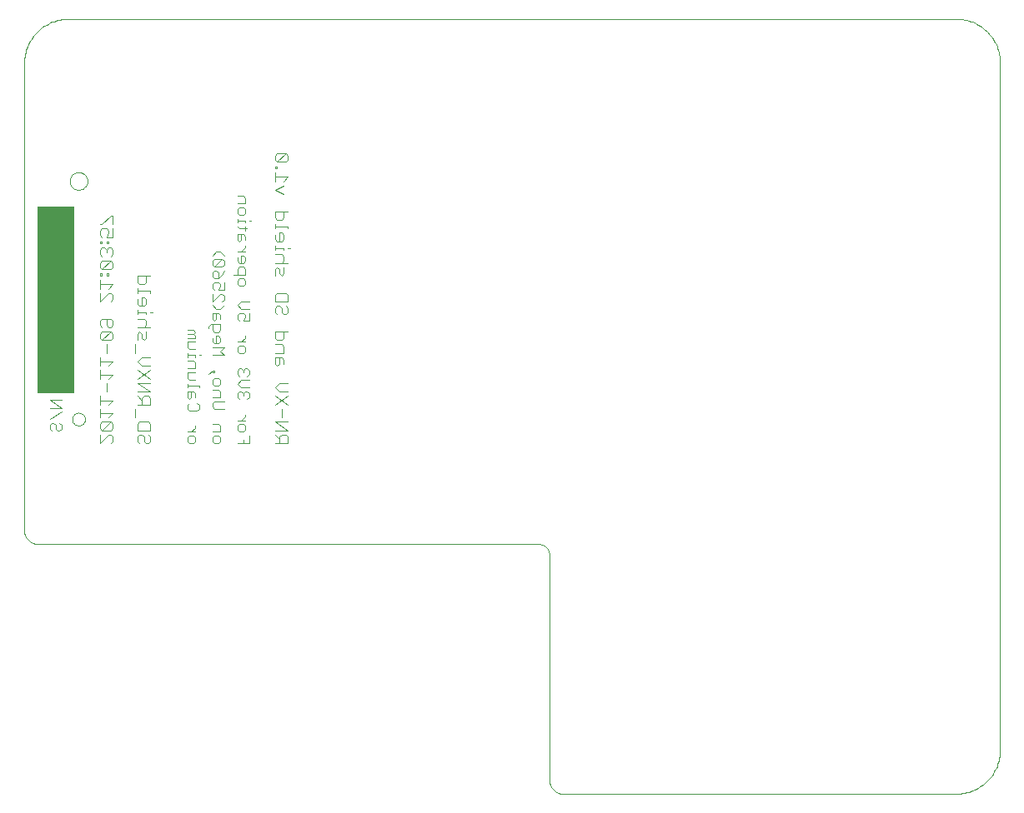
<source format=gbo>
G75*
G70*
%OFA0B0*%
%FSLAX24Y24*%
%IPPOS*%
%LPD*%
%AMOC8*
5,1,8,0,0,1.08239X$1,22.5*
%
%ADD10C,0.0000*%
%ADD11C,0.0040*%
%ADD12R,0.1500X0.7500*%
D10*
X005721Y015221D02*
X025721Y015221D01*
X025765Y015219D01*
X025808Y015213D01*
X025850Y015204D01*
X025892Y015191D01*
X025932Y015174D01*
X025971Y015154D01*
X026008Y015131D01*
X026042Y015104D01*
X026075Y015075D01*
X026104Y015042D01*
X026131Y015008D01*
X026154Y014971D01*
X026174Y014932D01*
X026191Y014892D01*
X026204Y014850D01*
X026213Y014808D01*
X026219Y014765D01*
X026221Y014721D01*
X026221Y005721D01*
X026223Y005677D01*
X026229Y005634D01*
X026238Y005592D01*
X026251Y005550D01*
X026268Y005510D01*
X026288Y005471D01*
X026311Y005434D01*
X026338Y005400D01*
X026367Y005367D01*
X026400Y005338D01*
X026434Y005311D01*
X026471Y005288D01*
X026510Y005268D01*
X026550Y005251D01*
X026592Y005238D01*
X026634Y005229D01*
X026677Y005223D01*
X026721Y005221D01*
X042471Y005221D01*
X042554Y005223D01*
X042637Y005229D01*
X042720Y005239D01*
X042802Y005253D01*
X042884Y005270D01*
X042964Y005292D01*
X043043Y005317D01*
X043121Y005346D01*
X043198Y005379D01*
X043273Y005416D01*
X043346Y005455D01*
X043417Y005499D01*
X043486Y005545D01*
X043553Y005595D01*
X043617Y005648D01*
X043679Y005704D01*
X043738Y005763D01*
X043794Y005825D01*
X043847Y005889D01*
X043897Y005956D01*
X043943Y006025D01*
X043987Y006096D01*
X044026Y006169D01*
X044063Y006244D01*
X044096Y006321D01*
X044125Y006399D01*
X044150Y006478D01*
X044172Y006558D01*
X044189Y006640D01*
X044203Y006722D01*
X044213Y006805D01*
X044219Y006888D01*
X044221Y006971D01*
X044221Y034471D01*
X044219Y034554D01*
X044213Y034637D01*
X044203Y034720D01*
X044189Y034802D01*
X044172Y034884D01*
X044150Y034964D01*
X044125Y035043D01*
X044096Y035121D01*
X044063Y035198D01*
X044026Y035273D01*
X043987Y035346D01*
X043943Y035417D01*
X043897Y035486D01*
X043847Y035553D01*
X043794Y035617D01*
X043738Y035679D01*
X043679Y035738D01*
X043617Y035794D01*
X043553Y035847D01*
X043486Y035897D01*
X043417Y035943D01*
X043346Y035987D01*
X043273Y036026D01*
X043198Y036063D01*
X043121Y036096D01*
X043043Y036125D01*
X042964Y036150D01*
X042884Y036172D01*
X042802Y036189D01*
X042720Y036203D01*
X042637Y036213D01*
X042554Y036219D01*
X042471Y036221D01*
X006971Y036221D01*
X006888Y036219D01*
X006805Y036213D01*
X006722Y036203D01*
X006640Y036189D01*
X006558Y036172D01*
X006478Y036150D01*
X006399Y036125D01*
X006321Y036096D01*
X006244Y036063D01*
X006169Y036026D01*
X006096Y035987D01*
X006025Y035943D01*
X005956Y035897D01*
X005889Y035847D01*
X005825Y035794D01*
X005763Y035738D01*
X005704Y035679D01*
X005648Y035617D01*
X005595Y035553D01*
X005545Y035486D01*
X005499Y035417D01*
X005455Y035346D01*
X005416Y035273D01*
X005379Y035198D01*
X005346Y035121D01*
X005317Y035043D01*
X005292Y034964D01*
X005270Y034884D01*
X005253Y034802D01*
X005239Y034720D01*
X005229Y034637D01*
X005223Y034554D01*
X005221Y034471D01*
X005221Y015721D01*
X005223Y015677D01*
X005229Y015634D01*
X005238Y015592D01*
X005251Y015550D01*
X005268Y015510D01*
X005288Y015471D01*
X005311Y015434D01*
X005338Y015400D01*
X005367Y015367D01*
X005400Y015338D01*
X005434Y015311D01*
X005471Y015288D01*
X005510Y015268D01*
X005550Y015251D01*
X005592Y015238D01*
X005634Y015229D01*
X005677Y015223D01*
X005721Y015221D01*
X007130Y020207D02*
X007132Y020238D01*
X007138Y020269D01*
X007147Y020299D01*
X007160Y020328D01*
X007177Y020355D01*
X007197Y020379D01*
X007219Y020401D01*
X007245Y020420D01*
X007272Y020436D01*
X007301Y020448D01*
X007331Y020457D01*
X007362Y020462D01*
X007394Y020463D01*
X007425Y020460D01*
X007456Y020453D01*
X007486Y020443D01*
X007514Y020429D01*
X007540Y020411D01*
X007564Y020391D01*
X007585Y020367D01*
X007604Y020342D01*
X007619Y020314D01*
X007630Y020285D01*
X007638Y020254D01*
X007642Y020223D01*
X007642Y020191D01*
X007638Y020160D01*
X007630Y020129D01*
X007619Y020100D01*
X007604Y020072D01*
X007585Y020047D01*
X007564Y020023D01*
X007540Y020003D01*
X007514Y019985D01*
X007486Y019971D01*
X007456Y019961D01*
X007425Y019954D01*
X007394Y019951D01*
X007362Y019952D01*
X007331Y019957D01*
X007301Y019966D01*
X007272Y019978D01*
X007245Y019994D01*
X007219Y020013D01*
X007197Y020035D01*
X007177Y020059D01*
X007160Y020086D01*
X007147Y020115D01*
X007138Y020145D01*
X007132Y020176D01*
X007130Y020207D01*
X007032Y029735D02*
X007034Y029772D01*
X007040Y029809D01*
X007049Y029844D01*
X007063Y029879D01*
X007079Y029912D01*
X007100Y029943D01*
X007123Y029972D01*
X007149Y029998D01*
X007178Y030021D01*
X007209Y030042D01*
X007242Y030058D01*
X007277Y030072D01*
X007312Y030081D01*
X007349Y030087D01*
X007386Y030089D01*
X007423Y030087D01*
X007460Y030081D01*
X007495Y030072D01*
X007530Y030058D01*
X007563Y030042D01*
X007594Y030021D01*
X007623Y029998D01*
X007649Y029972D01*
X007672Y029943D01*
X007693Y029912D01*
X007709Y029879D01*
X007723Y029844D01*
X007732Y029809D01*
X007738Y029772D01*
X007740Y029735D01*
X007738Y029698D01*
X007732Y029661D01*
X007723Y029626D01*
X007709Y029591D01*
X007693Y029558D01*
X007672Y029527D01*
X007649Y029498D01*
X007623Y029472D01*
X007594Y029449D01*
X007563Y029428D01*
X007530Y029412D01*
X007495Y029398D01*
X007460Y029389D01*
X007423Y029383D01*
X007386Y029381D01*
X007349Y029383D01*
X007312Y029389D01*
X007277Y029398D01*
X007242Y029412D01*
X007209Y029428D01*
X007178Y029449D01*
X007149Y029472D01*
X007123Y029498D01*
X007100Y029527D01*
X007079Y029558D01*
X007063Y029591D01*
X007049Y029626D01*
X007040Y029661D01*
X007034Y029698D01*
X007032Y029735D01*
D11*
X008241Y028006D02*
X008328Y028006D01*
X008674Y028353D01*
X008761Y028353D01*
X008761Y028006D01*
X008761Y027838D02*
X008761Y027491D01*
X008501Y027491D01*
X008588Y027664D01*
X008588Y027751D01*
X008501Y027838D01*
X008328Y027838D01*
X008241Y027751D01*
X008241Y027578D01*
X008328Y027491D01*
X008328Y027320D02*
X008241Y027320D01*
X008241Y027233D01*
X008328Y027233D01*
X008328Y027320D01*
X008501Y027320D02*
X008501Y027233D01*
X008588Y027233D01*
X008588Y027320D01*
X008501Y027320D01*
X008414Y027064D02*
X008328Y027064D01*
X008241Y026978D01*
X008241Y026804D01*
X008328Y026717D01*
X008328Y026549D02*
X008241Y026462D01*
X008241Y026289D01*
X008328Y026202D01*
X008674Y026549D01*
X008328Y026549D01*
X008674Y026549D02*
X008761Y026462D01*
X008761Y026289D01*
X008674Y026202D01*
X008328Y026202D01*
X008328Y026031D02*
X008241Y026031D01*
X008241Y025944D01*
X008328Y025944D01*
X008328Y026031D01*
X008501Y026031D02*
X008501Y025944D01*
X008588Y025944D01*
X008588Y026031D01*
X008501Y026031D01*
X008241Y025775D02*
X008241Y025428D01*
X008241Y025260D02*
X008241Y024913D01*
X008588Y025260D01*
X008674Y025260D01*
X008761Y025173D01*
X008761Y024999D01*
X008674Y024913D01*
X008588Y025428D02*
X008761Y025602D01*
X008241Y025602D01*
X008674Y026717D02*
X008761Y026804D01*
X008761Y026978D01*
X008674Y027064D01*
X008588Y027064D01*
X008501Y026978D01*
X008414Y027064D01*
X008501Y026978D02*
X008501Y026891D01*
X009741Y025947D02*
X009741Y025687D01*
X009828Y025600D01*
X010001Y025600D01*
X010088Y025687D01*
X010088Y025947D01*
X010261Y025947D02*
X009741Y025947D01*
X009741Y025430D02*
X009741Y025256D01*
X009741Y025343D02*
X010261Y025343D01*
X010261Y025256D01*
X010088Y025001D02*
X010001Y025088D01*
X009914Y025088D01*
X009914Y024741D01*
X009828Y024741D02*
X010001Y024741D01*
X010088Y024828D01*
X010088Y025001D01*
X009741Y025001D02*
X009741Y024828D01*
X009828Y024741D01*
X009741Y024571D02*
X009741Y024397D01*
X009741Y024484D02*
X010088Y024484D01*
X010088Y024397D01*
X010001Y024228D02*
X009741Y024228D01*
X010001Y024228D02*
X010088Y024142D01*
X010088Y023968D01*
X010001Y023881D01*
X010088Y023713D02*
X010088Y023453D01*
X010001Y023366D01*
X009914Y023453D01*
X009914Y023626D01*
X009828Y023713D01*
X009741Y023626D01*
X009741Y023366D01*
X009654Y023197D02*
X009654Y022850D01*
X009914Y022681D02*
X010261Y022681D01*
X010261Y022335D02*
X009914Y022335D01*
X009741Y022508D01*
X009914Y022681D01*
X009741Y022166D02*
X010261Y021819D01*
X010261Y021650D02*
X009741Y021650D01*
X010261Y021303D01*
X009741Y021303D01*
X009741Y021135D02*
X009914Y020961D01*
X009914Y021048D02*
X009914Y020788D01*
X009741Y020788D02*
X010261Y020788D01*
X010261Y021048D01*
X010174Y021135D01*
X010001Y021135D01*
X009914Y021048D01*
X009741Y021819D02*
X010261Y022166D01*
X011741Y022233D02*
X012048Y022233D01*
X012048Y022463D01*
X011971Y022540D01*
X011741Y022540D01*
X011741Y022693D02*
X011741Y022847D01*
X011741Y022770D02*
X012048Y022770D01*
X012048Y022693D01*
X012201Y022770D02*
X012278Y022770D01*
X012048Y023000D02*
X011817Y023000D01*
X011741Y023077D01*
X011741Y023307D01*
X012048Y023307D01*
X012048Y023461D02*
X012048Y023537D01*
X011971Y023614D01*
X012048Y023691D01*
X011971Y023768D01*
X011741Y023768D01*
X011741Y023614D02*
X011971Y023614D01*
X012048Y023461D02*
X011741Y023461D01*
X012587Y023844D02*
X012587Y023921D01*
X012664Y023998D01*
X013048Y023998D01*
X013048Y023768D01*
X012971Y023691D01*
X012817Y023691D01*
X012741Y023768D01*
X012741Y023998D01*
X012817Y024151D02*
X012894Y024228D01*
X012894Y024458D01*
X012971Y024458D02*
X012741Y024458D01*
X012741Y024228D01*
X012817Y024151D01*
X013048Y024228D02*
X013048Y024381D01*
X012971Y024458D01*
X013048Y024612D02*
X013201Y024765D01*
X013124Y024918D02*
X013201Y024995D01*
X013201Y025149D01*
X013124Y025225D01*
X013048Y025225D01*
X012741Y024918D01*
X012741Y025225D01*
X012817Y025379D02*
X012741Y025456D01*
X012741Y025609D01*
X012817Y025686D01*
X012971Y025686D01*
X013048Y025609D01*
X013048Y025532D01*
X012971Y025379D01*
X013201Y025379D01*
X013201Y025686D01*
X012971Y025839D02*
X012971Y026069D01*
X012894Y026146D01*
X012817Y026146D01*
X012741Y026069D01*
X012741Y025916D01*
X012817Y025839D01*
X012971Y025839D01*
X013124Y025993D01*
X013201Y026146D01*
X013124Y026300D02*
X012817Y026300D01*
X013124Y026606D01*
X012817Y026606D01*
X012741Y026530D01*
X012741Y026376D01*
X012817Y026300D01*
X013124Y026300D02*
X013201Y026376D01*
X013201Y026530D01*
X013124Y026606D01*
X013201Y026760D02*
X013048Y026913D01*
X012894Y026913D01*
X012741Y026760D01*
X013741Y026683D02*
X013741Y026530D01*
X013817Y026453D01*
X013971Y026453D01*
X014048Y026530D01*
X014048Y026683D01*
X013971Y026760D01*
X013894Y026760D01*
X013894Y026453D01*
X013817Y026300D02*
X013741Y026223D01*
X013741Y025993D01*
X013587Y025993D02*
X014048Y025993D01*
X014048Y026223D01*
X013971Y026300D01*
X013817Y026300D01*
X013741Y026913D02*
X014048Y026913D01*
X014048Y027067D02*
X014048Y027144D01*
X014048Y027067D02*
X013894Y026913D01*
X013817Y027297D02*
X013894Y027374D01*
X013894Y027604D01*
X013971Y027604D02*
X013741Y027604D01*
X013741Y027374D01*
X013817Y027297D01*
X014048Y027374D02*
X014048Y027527D01*
X013971Y027604D01*
X014048Y027757D02*
X014048Y027911D01*
X014124Y027834D02*
X013817Y027834D01*
X013741Y027911D01*
X013741Y028064D02*
X013741Y028218D01*
X013741Y028141D02*
X014048Y028141D01*
X014048Y028064D01*
X014201Y028141D02*
X014278Y028141D01*
X014048Y028448D02*
X013971Y028371D01*
X013817Y028371D01*
X013741Y028448D01*
X013741Y028601D01*
X013817Y028678D01*
X013971Y028678D01*
X014048Y028601D01*
X014048Y028448D01*
X014048Y028831D02*
X014048Y029062D01*
X013971Y029138D01*
X013741Y029138D01*
X013741Y028831D02*
X014048Y028831D01*
X015241Y028525D02*
X015241Y028265D01*
X015328Y028178D01*
X015501Y028178D01*
X015588Y028265D01*
X015588Y028525D01*
X015761Y028525D02*
X015241Y028525D01*
X015241Y028008D02*
X015241Y027835D01*
X015241Y027921D02*
X015761Y027921D01*
X015761Y027835D01*
X015588Y027579D02*
X015588Y027406D01*
X015501Y027319D01*
X015328Y027319D01*
X015241Y027406D01*
X015241Y027579D01*
X015414Y027666D02*
X015414Y027319D01*
X015241Y027149D02*
X015241Y026975D01*
X015241Y027062D02*
X015588Y027062D01*
X015588Y026975D01*
X015501Y026807D02*
X015241Y026807D01*
X015501Y026807D02*
X015588Y026720D01*
X015588Y026546D01*
X015501Y026460D01*
X015588Y026291D02*
X015588Y026031D01*
X015501Y025944D01*
X015414Y026031D01*
X015414Y026204D01*
X015328Y026291D01*
X015241Y026204D01*
X015241Y025944D01*
X015241Y026460D02*
X015761Y026460D01*
X015761Y027062D02*
X015848Y027062D01*
X015588Y027579D02*
X015501Y027666D01*
X015414Y027666D01*
X015588Y029210D02*
X015241Y029383D01*
X015588Y029557D01*
X015588Y029725D02*
X015761Y029899D01*
X015241Y029899D01*
X015241Y030072D02*
X015241Y029725D01*
X015241Y030241D02*
X015241Y030328D01*
X015328Y030328D01*
X015328Y030241D01*
X015241Y030241D01*
X015328Y030499D02*
X015674Y030846D01*
X015328Y030846D01*
X015241Y030759D01*
X015241Y030585D01*
X015328Y030499D01*
X015674Y030499D01*
X015761Y030585D01*
X015761Y030759D01*
X015674Y030846D01*
X013971Y025839D02*
X014048Y025762D01*
X014048Y025609D01*
X013971Y025532D01*
X013817Y025532D01*
X013741Y025609D01*
X013741Y025762D01*
X013817Y025839D01*
X013971Y025839D01*
X013894Y024918D02*
X014201Y024918D01*
X014201Y024612D02*
X013894Y024612D01*
X013741Y024765D01*
X013894Y024918D01*
X013817Y024458D02*
X013741Y024381D01*
X013741Y024228D01*
X013817Y024151D01*
X013971Y024151D02*
X014048Y024305D01*
X014048Y024381D01*
X013971Y024458D01*
X013817Y024458D01*
X013971Y024151D02*
X014201Y024151D01*
X014201Y024458D01*
X014048Y023537D02*
X014048Y023461D01*
X013894Y023307D01*
X013741Y023307D02*
X014048Y023307D01*
X013971Y023154D02*
X014048Y023077D01*
X014048Y022924D01*
X013971Y022847D01*
X013817Y022847D01*
X013741Y022924D01*
X013741Y023077D01*
X013817Y023154D01*
X013971Y023154D01*
X013201Y023077D02*
X012741Y023077D01*
X012817Y023231D02*
X012971Y023231D01*
X013048Y023307D01*
X013048Y023461D01*
X012971Y023537D01*
X012894Y023537D01*
X012894Y023231D01*
X012817Y023231D02*
X012741Y023307D01*
X012741Y023461D01*
X013201Y023077D02*
X013048Y022924D01*
X013201Y022770D01*
X012741Y022770D01*
X012741Y022156D02*
X012587Y022003D01*
X012741Y022080D02*
X012741Y022156D01*
X012817Y022156D01*
X012817Y022080D01*
X012741Y022080D01*
X012817Y021849D02*
X012971Y021849D01*
X013048Y021773D01*
X013048Y021619D01*
X012971Y021543D01*
X012817Y021543D01*
X012741Y021619D01*
X012741Y021773D01*
X012817Y021849D01*
X012201Y021543D02*
X011741Y021543D01*
X011741Y021619D02*
X011741Y021466D01*
X011741Y021312D02*
X011741Y021082D01*
X011817Y021005D01*
X011894Y021082D01*
X011894Y021312D01*
X011971Y021312D02*
X011741Y021312D01*
X011971Y021312D02*
X012048Y021236D01*
X012048Y021082D01*
X012124Y020852D02*
X012201Y020775D01*
X012201Y020622D01*
X012124Y020545D01*
X011817Y020545D01*
X011741Y020622D01*
X011741Y020775D01*
X011817Y020852D01*
X012201Y021466D02*
X012201Y021543D01*
X012048Y021773D02*
X011817Y021773D01*
X011741Y021849D01*
X011741Y022080D01*
X012048Y022080D01*
X012741Y021389D02*
X012971Y021389D01*
X013048Y021312D01*
X013048Y021082D01*
X012741Y021082D01*
X012817Y020929D02*
X013201Y020929D01*
X013201Y020622D02*
X012817Y020622D01*
X012741Y020699D01*
X012741Y020852D01*
X012817Y020929D01*
X012741Y020008D02*
X012971Y020008D01*
X013048Y019931D01*
X013048Y019701D01*
X012741Y019701D01*
X012817Y019548D02*
X012971Y019548D01*
X013048Y019471D01*
X013048Y019317D01*
X012971Y019241D01*
X012817Y019241D01*
X012741Y019317D01*
X012741Y019471D01*
X012817Y019548D01*
X012048Y019471D02*
X012048Y019317D01*
X011971Y019241D01*
X011817Y019241D01*
X011741Y019317D01*
X011741Y019471D01*
X011817Y019548D01*
X011971Y019548D01*
X012048Y019471D01*
X012048Y019701D02*
X011741Y019701D01*
X011894Y019701D02*
X012048Y019855D01*
X012048Y019931D01*
X010261Y020017D02*
X010261Y019756D01*
X009741Y019756D01*
X009741Y020017D01*
X009828Y020103D01*
X010174Y020103D01*
X010261Y020017D01*
X010174Y019588D02*
X010261Y019501D01*
X010261Y019328D01*
X010174Y019241D01*
X010088Y019241D01*
X010001Y019328D01*
X010001Y019501D01*
X009914Y019588D01*
X009828Y019588D01*
X009741Y019501D01*
X009741Y019328D01*
X009828Y019241D01*
X008761Y019328D02*
X008674Y019241D01*
X008761Y019328D02*
X008761Y019501D01*
X008674Y019588D01*
X008588Y019588D01*
X008241Y019241D01*
X008241Y019588D01*
X008328Y019756D02*
X008674Y020103D01*
X008328Y020103D01*
X008241Y020017D01*
X008241Y019843D01*
X008328Y019756D01*
X008674Y019756D01*
X008761Y019843D01*
X008761Y020017D01*
X008674Y020103D01*
X008588Y020272D02*
X008761Y020446D01*
X008241Y020446D01*
X008241Y020619D02*
X008241Y020272D01*
X008241Y020788D02*
X008241Y021135D01*
X008241Y020961D02*
X008761Y020961D01*
X008588Y020788D01*
X008501Y021303D02*
X008501Y021650D01*
X008588Y021819D02*
X008761Y021992D01*
X008241Y021992D01*
X008241Y021819D02*
X008241Y022166D01*
X008241Y022335D02*
X008241Y022681D01*
X008241Y022508D02*
X008761Y022508D01*
X008588Y022335D01*
X008501Y022850D02*
X008501Y023197D01*
X008328Y023366D02*
X008674Y023713D01*
X008328Y023713D01*
X008241Y023626D01*
X008241Y023453D01*
X008328Y023366D01*
X008674Y023366D01*
X008761Y023453D01*
X008761Y023626D01*
X008674Y023713D01*
X008674Y023881D02*
X008588Y023881D01*
X008501Y023968D01*
X008501Y024228D01*
X008328Y024228D02*
X008674Y024228D01*
X008761Y024142D01*
X008761Y023968D01*
X008674Y023881D01*
X008328Y023881D02*
X008241Y023968D01*
X008241Y024142D01*
X008328Y024228D01*
X009741Y023881D02*
X010261Y023881D01*
X010261Y024484D02*
X010348Y024484D01*
X012741Y024765D02*
X012894Y024612D01*
X013048Y024612D01*
X015241Y024657D02*
X015241Y024484D01*
X015328Y024397D01*
X015501Y024484D02*
X015501Y024657D01*
X015414Y024744D01*
X015328Y024744D01*
X015241Y024657D01*
X015241Y024913D02*
X015241Y025173D01*
X015328Y025260D01*
X015674Y025260D01*
X015761Y025173D01*
X015761Y024913D01*
X015241Y024913D01*
X015674Y024744D02*
X015761Y024657D01*
X015761Y024484D01*
X015674Y024397D01*
X015588Y024397D01*
X015501Y024484D01*
X015588Y023713D02*
X015588Y023453D01*
X015501Y023366D01*
X015328Y023366D01*
X015241Y023453D01*
X015241Y023713D01*
X015761Y023713D01*
X015501Y023197D02*
X015241Y023197D01*
X015501Y023197D02*
X015588Y023110D01*
X015588Y022850D01*
X015241Y022850D01*
X015241Y022681D02*
X015241Y022421D01*
X015328Y022335D01*
X015414Y022421D01*
X015414Y022681D01*
X015501Y022681D02*
X015241Y022681D01*
X015501Y022681D02*
X015588Y022595D01*
X015588Y022421D01*
X015414Y021650D02*
X015761Y021650D01*
X015761Y021303D02*
X015414Y021303D01*
X015241Y021477D01*
X015414Y021650D01*
X015241Y021135D02*
X015761Y020788D01*
X015501Y020619D02*
X015501Y020272D01*
X015241Y020103D02*
X015761Y020103D01*
X015761Y019756D02*
X015241Y019756D01*
X015241Y019588D02*
X015414Y019414D01*
X015414Y019501D02*
X015414Y019241D01*
X015241Y019241D02*
X015761Y019241D01*
X015761Y019501D01*
X015674Y019588D01*
X015501Y019588D01*
X015414Y019501D01*
X015761Y019756D02*
X015241Y020103D01*
X015241Y020788D02*
X015761Y021135D01*
X014201Y021082D02*
X014124Y021005D01*
X014201Y021082D02*
X014201Y021236D01*
X014124Y021312D01*
X014048Y021312D01*
X013971Y021236D01*
X013894Y021312D01*
X013817Y021312D01*
X013741Y021236D01*
X013741Y021082D01*
X013817Y021005D01*
X013971Y021159D02*
X013971Y021236D01*
X013894Y021466D02*
X013741Y021619D01*
X013894Y021773D01*
X014201Y021773D01*
X014124Y021926D02*
X014201Y022003D01*
X014201Y022156D01*
X014124Y022233D01*
X014048Y022233D01*
X013971Y022156D01*
X013894Y022233D01*
X013817Y022233D01*
X013741Y022156D01*
X013741Y022003D01*
X013817Y021926D01*
X013971Y022080D02*
X013971Y022156D01*
X013894Y021466D02*
X014201Y021466D01*
X014048Y020392D02*
X014048Y020315D01*
X013894Y020161D01*
X013741Y020161D02*
X014048Y020161D01*
X013971Y020008D02*
X014048Y019931D01*
X014048Y019778D01*
X013971Y019701D01*
X013817Y019701D01*
X013741Y019778D01*
X013741Y019931D01*
X013817Y020008D01*
X013971Y020008D01*
X014201Y019548D02*
X014201Y019241D01*
X013741Y019241D01*
X013971Y019241D02*
X013971Y019394D01*
X009654Y020272D02*
X009654Y020619D01*
X006701Y020661D02*
X006241Y020968D01*
X006701Y020968D01*
X006701Y020661D02*
X006241Y020661D01*
X006241Y020201D02*
X006701Y020508D01*
X006624Y020048D02*
X006701Y019971D01*
X006701Y019817D01*
X006624Y019741D01*
X006548Y019741D01*
X006471Y019817D01*
X006471Y019971D01*
X006394Y020048D01*
X006317Y020048D01*
X006241Y019971D01*
X006241Y019817D01*
X006317Y019741D01*
D12*
X006471Y024971D03*
M02*

</source>
